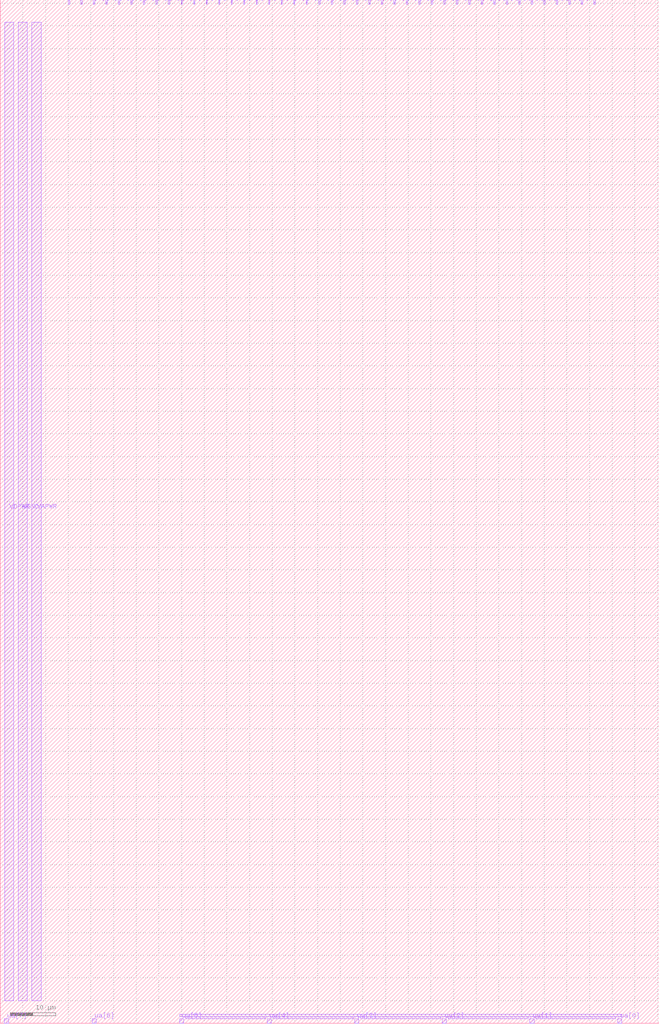
<source format=lef>
MACRO tt_um_tatzelreference
  CLASS BLOCK ;
  FOREIGN tt_um_tatzelreference ;
  ORIGIN 0.000 0.000 ;
  SIZE 145.360 BY 225.760 ;
  PIN clk
    DIRECTION INPUT ;
    USE SIGNAL ;
    PORT
      LAYER met4 ;
        RECT 128.190 224.760 128.490 225.760 ;
    END
  END clk
  PIN ena
    DIRECTION INPUT ;
    USE SIGNAL ;
    PORT
      LAYER met4 ;
        RECT 130.950 224.760 131.250 225.760 ;
    END
  END ena
  PIN rst_n
    DIRECTION INPUT ;
    USE SIGNAL ;
    PORT
      LAYER met4 ;
        RECT 125.430 224.760 125.730 225.760 ;
    END
  END rst_n
  PIN ua[0]
    DIRECTION INOUT ;
    USE SIGNAL ;
    PORT
      LAYER met4 ;
        RECT 136.170 0.000 137.070 1.000 ;
    END
  END ua[0]
  PIN ua[1]
    DIRECTION INOUT ;
    USE SIGNAL ;
    PORT
      LAYER met4 ;
        RECT 116.850 0.000 117.750 1.000 ;
    END
  END ua[1]
  PIN ua[2]
    DIRECTION INOUT ;
    USE SIGNAL ;
    PORT
      LAYER met4 ;
        RECT 97.530 0.000 98.430 1.000 ;
    END
  END ua[2]
  PIN ua[3]
    DIRECTION INOUT ;
    USE SIGNAL ;
    PORT
      LAYER met4 ;
        RECT 78.210 0.000 79.110 1.000 ;
    END
  END ua[3]
  PIN ua[4]
    DIRECTION INOUT ;
    USE SIGNAL ;
    PORT
      LAYER met4 ;
        RECT 58.890 0.000 59.790 1.000 ;
    END
  END ua[4]
  PIN ua[5]
    DIRECTION INOUT ;
    USE SIGNAL ;
    PORT
      LAYER met4 ;
        RECT 39.570 0.000 40.470 1.000 ;
    END
  END ua[5]
  PIN ua[6]
    DIRECTION INOUT ;
    USE SIGNAL ;
    PORT
      LAYER met4 ;
        RECT 20.250 0.000 21.150 1.000 ;
    END
  END ua[6]
  PIN ua[7]
    DIRECTION INOUT ;
    USE SIGNAL ;
    PORT
      LAYER met4 ;
        RECT 0.930 0.000 1.830 1.000 ;
    END
  END ua[7]
  PIN ui_in[0]
    DIRECTION INPUT ;
    USE SIGNAL ;
    PORT
      LAYER met4 ;
        RECT 122.670 224.760 122.970 225.760 ;
    END
  END ui_in[0]
  PIN ui_in[1]
    DIRECTION INPUT ;
    USE SIGNAL ;
    PORT
      LAYER met4 ;
        RECT 119.910 224.760 120.210 225.760 ;
    END
  END ui_in[1]
  PIN ui_in[2]
    DIRECTION INPUT ;
    USE SIGNAL ;
    PORT
      LAYER met4 ;
        RECT 117.150 224.760 117.450 225.760 ;
    END
  END ui_in[2]
  PIN ui_in[3]
    DIRECTION INPUT ;
    USE SIGNAL ;
    PORT
      LAYER met4 ;
        RECT 114.390 224.760 114.690 225.760 ;
    END
  END ui_in[3]
  PIN ui_in[4]
    DIRECTION INPUT ;
    USE SIGNAL ;
    PORT
      LAYER met4 ;
        RECT 111.630 224.760 111.930 225.760 ;
    END
  END ui_in[4]
  PIN ui_in[5]
    DIRECTION INPUT ;
    USE SIGNAL ;
    PORT
      LAYER met4 ;
        RECT 108.870 224.760 109.170 225.760 ;
    END
  END ui_in[5]
  PIN ui_in[6]
    DIRECTION INPUT ;
    USE SIGNAL ;
    PORT
      LAYER met4 ;
        RECT 106.110 224.760 106.410 225.760 ;
    END
  END ui_in[6]
  PIN ui_in[7]
    DIRECTION INPUT ;
    USE SIGNAL ;
    PORT
      LAYER met4 ;
        RECT 103.350 224.760 103.650 225.760 ;
    END
  END ui_in[7]
  PIN uio_in[0]
    DIRECTION INPUT ;
    USE SIGNAL ;
    PORT
      LAYER met4 ;
        RECT 100.590 224.760 100.890 225.760 ;
    END
  END uio_in[0]
  PIN uio_in[1]
    DIRECTION INPUT ;
    USE SIGNAL ;
    PORT
      LAYER met4 ;
        RECT 97.830 224.760 98.130 225.760 ;
    END
  END uio_in[1]
  PIN uio_in[2]
    DIRECTION INPUT ;
    USE SIGNAL ;
    PORT
      LAYER met4 ;
        RECT 95.070 224.760 95.370 225.760 ;
    END
  END uio_in[2]
  PIN uio_in[3]
    DIRECTION INPUT ;
    USE SIGNAL ;
    PORT
      LAYER met4 ;
        RECT 92.310 224.760 92.610 225.760 ;
    END
  END uio_in[3]
  PIN uio_in[4]
    DIRECTION INPUT ;
    USE SIGNAL ;
    PORT
      LAYER met4 ;
        RECT 89.550 224.760 89.850 225.760 ;
    END
  END uio_in[4]
  PIN uio_in[5]
    DIRECTION INPUT ;
    USE SIGNAL ;
    PORT
      LAYER met4 ;
        RECT 86.790 224.760 87.090 225.760 ;
    END
  END uio_in[5]
  PIN uio_in[6]
    DIRECTION INPUT ;
    USE SIGNAL ;
    PORT
      LAYER met4 ;
        RECT 84.030 224.760 84.330 225.760 ;
    END
  END uio_in[6]
  PIN uio_in[7]
    DIRECTION INPUT ;
    USE SIGNAL ;
    PORT
      LAYER met4 ;
        RECT 81.270 224.760 81.570 225.760 ;
    END
  END uio_in[7]
  PIN uio_oe[0]
    DIRECTION OUTPUT ;
    USE SIGNAL ;
    PORT
      LAYER met4 ;
        RECT 34.350 224.760 34.650 225.760 ;
    END
  END uio_oe[0]
  PIN uio_oe[1]
    DIRECTION OUTPUT ;
    USE SIGNAL ;
    PORT
      LAYER met4 ;
        RECT 31.590 224.760 31.890 225.760 ;
    END
  END uio_oe[1]
  PIN uio_oe[2]
    DIRECTION OUTPUT ;
    USE SIGNAL ;
    PORT
      LAYER met4 ;
        RECT 28.830 224.760 29.130 225.760 ;
    END
  END uio_oe[2]
  PIN uio_oe[3]
    DIRECTION OUTPUT ;
    USE SIGNAL ;
    PORT
      LAYER met4 ;
        RECT 26.070 224.760 26.370 225.760 ;
    END
  END uio_oe[3]
  PIN uio_oe[4]
    DIRECTION OUTPUT ;
    USE SIGNAL ;
    PORT
      LAYER met4 ;
        RECT 23.310 224.760 23.610 225.760 ;
    END
  END uio_oe[4]
  PIN uio_oe[5]
    DIRECTION OUTPUT ;
    USE SIGNAL ;
    PORT
      LAYER met4 ;
        RECT 20.550 224.760 20.850 225.760 ;
    END
  END uio_oe[5]
  PIN uio_oe[6]
    DIRECTION OUTPUT ;
    USE SIGNAL ;
    PORT
      LAYER met4 ;
        RECT 17.790 224.760 18.090 225.760 ;
    END
  END uio_oe[6]
  PIN uio_oe[7]
    DIRECTION OUTPUT ;
    USE SIGNAL ;
    PORT
      LAYER met4 ;
        RECT 15.030 224.760 15.330 225.760 ;
    END
  END uio_oe[7]
  PIN uio_out[0]
    DIRECTION OUTPUT ;
    USE SIGNAL ;
    PORT
      LAYER met4 ;
        RECT 56.430 224.760 56.730 225.760 ;
    END
  END uio_out[0]
  PIN uio_out[1]
    DIRECTION OUTPUT ;
    USE SIGNAL ;
    PORT
      LAYER met4 ;
        RECT 53.670 224.760 53.970 225.760 ;
    END
  END uio_out[1]
  PIN uio_out[2]
    DIRECTION OUTPUT ;
    USE SIGNAL ;
    PORT
      LAYER met4 ;
        RECT 50.910 224.760 51.210 225.760 ;
    END
  END uio_out[2]
  PIN uio_out[3]
    DIRECTION OUTPUT ;
    USE SIGNAL ;
    PORT
      LAYER met4 ;
        RECT 48.150 224.760 48.450 225.760 ;
    END
  END uio_out[3]
  PIN uio_out[4]
    DIRECTION OUTPUT ;
    USE SIGNAL ;
    PORT
      LAYER met4 ;
        RECT 45.390 224.760 45.690 225.760 ;
    END
  END uio_out[4]
  PIN uio_out[5]
    DIRECTION OUTPUT ;
    USE SIGNAL ;
    PORT
      LAYER met4 ;
        RECT 42.630 224.760 42.930 225.760 ;
    END
  END uio_out[5]
  PIN uio_out[6]
    DIRECTION OUTPUT ;
    USE SIGNAL ;
    PORT
      LAYER met4 ;
        RECT 39.870 224.760 40.170 225.760 ;
    END
  END uio_out[6]
  PIN uio_out[7]
    DIRECTION OUTPUT ;
    USE SIGNAL ;
    PORT
      LAYER met4 ;
        RECT 37.110 224.760 37.410 225.760 ;
    END
  END uio_out[7]
  PIN uo_out[0]
    DIRECTION OUTPUT ;
    USE SIGNAL ;
    PORT
      LAYER met4 ;
        RECT 78.510 224.760 78.810 225.760 ;
    END
  END uo_out[0]
  PIN uo_out[1]
    DIRECTION OUTPUT ;
    USE SIGNAL ;
    PORT
      LAYER met4 ;
        RECT 75.750 224.760 76.050 225.760 ;
    END
  END uo_out[1]
  PIN uo_out[2]
    DIRECTION OUTPUT ;
    USE SIGNAL ;
    PORT
      LAYER met4 ;
        RECT 72.990 224.760 73.290 225.760 ;
    END
  END uo_out[2]
  PIN uo_out[3]
    DIRECTION OUTPUT ;
    USE SIGNAL ;
    PORT
      LAYER met4 ;
        RECT 70.230 224.760 70.530 225.760 ;
    END
  END uo_out[3]
  PIN uo_out[4]
    DIRECTION OUTPUT ;
    USE SIGNAL ;
    PORT
      LAYER met4 ;
        RECT 67.470 224.760 67.770 225.760 ;
    END
  END uo_out[4]
  PIN uo_out[5]
    DIRECTION OUTPUT ;
    USE SIGNAL ;
    PORT
      LAYER met4 ;
        RECT 64.710 224.760 65.010 225.760 ;
    END
  END uo_out[5]
  PIN uo_out[6]
    DIRECTION OUTPUT ;
    USE SIGNAL ;
    PORT
      LAYER met4 ;
        RECT 61.950 224.760 62.250 225.760 ;
    END
  END uo_out[6]
  PIN uo_out[7]
    DIRECTION OUTPUT ;
    USE SIGNAL ;
    PORT
      LAYER met4 ;
        RECT 59.190 224.760 59.490 225.760 ;
    END
  END uo_out[7]
  PIN VDPWR
    DIRECTION INOUT ;
    USE POWER ;
    PORT
      LAYER met4 ;
        RECT 1.000 5.000 3.000 220.760 ;
    END
  END VDPWR
  PIN VGND
    DIRECTION INOUT ;
    USE GROUND ;
    PORT
      LAYER met4 ;
        RECT 4.000 5.000 6.000 220.760 ;
    END
  END VGND
  PIN VAPWR
    DIRECTION INOUT ;
    USE POWER ;
    PORT
      LAYER met4 ;
        RECT 7.000 5.000 9.000 220.760 ;
    END
  END VAPWR
  OBS
      LAYER met4 ;
        RECT 39.570 1.400 137.070 2.000 ;
        RECT 40.870 1.000 58.490 1.400 ;
        RECT 60.190 1.000 77.810 1.400 ;
        RECT 79.510 1.000 97.130 1.400 ;
        RECT 98.830 1.000 116.450 1.400 ;
        RECT 118.150 1.000 135.770 1.400 ;
  END
END tt_um_tatzelreference
END LIBRARY


</source>
